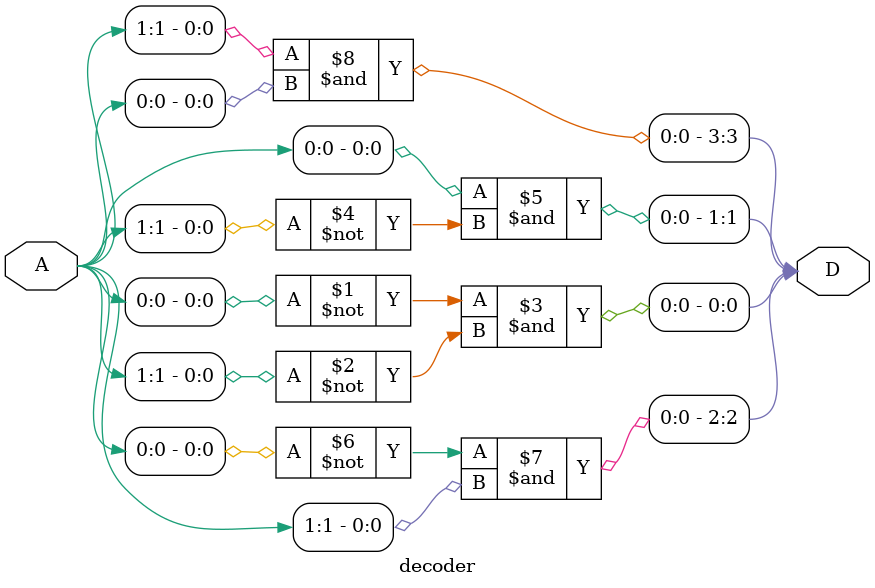
<source format=v>
module decoder
(
  
    output [3:0]D,
    input [1:0]A
    

);

  
    and G1(D[0],~A[0],~A[1]);
    and G2(D[1],A[0],~A[1]);
    and G3(D[2],~A[0],A[1]);
    and G4(D[3],A[1],A[0]);

endmodule
</source>
